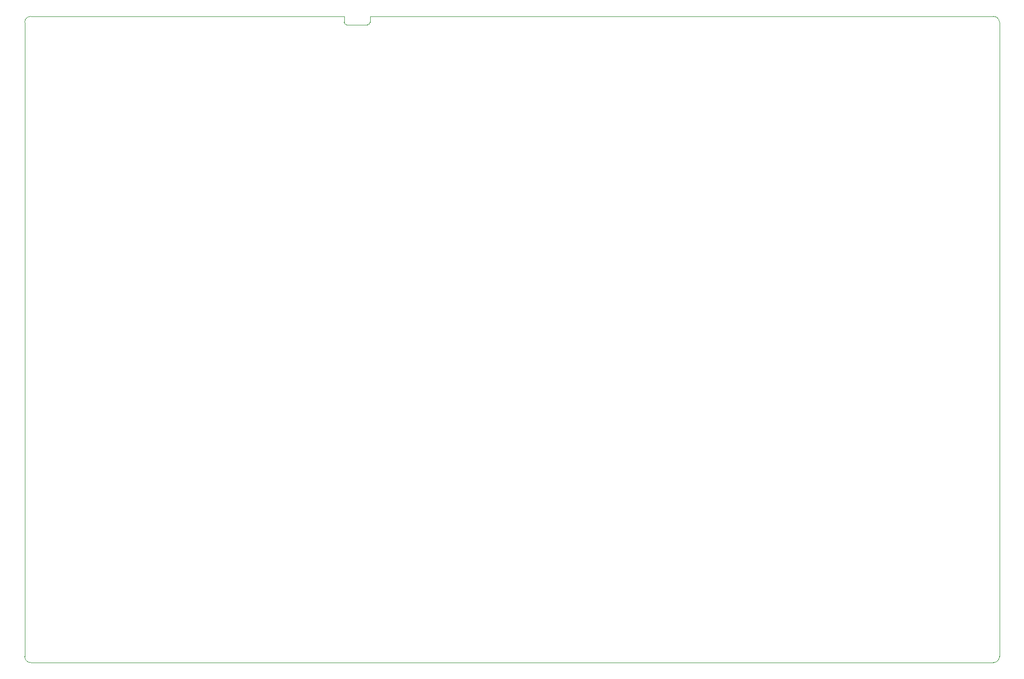
<source format=gbr>
%TF.GenerationSoftware,KiCad,Pcbnew,7.0.2-0*%
%TF.CreationDate,2024-09-02T09:38:27-07:00*%
%TF.ProjectId,CoPicoVision,436f5069-636f-4566-9973-696f6e2e6b69,0.1*%
%TF.SameCoordinates,Original*%
%TF.FileFunction,Profile,NP*%
%FSLAX46Y46*%
G04 Gerber Fmt 4.6, Leading zero omitted, Abs format (unit mm)*
G04 Created by KiCad (PCBNEW 7.0.2-0) date 2024-09-02 09:38:27*
%MOMM*%
%LPD*%
G01*
G04 APERTURE LIST*
%TA.AperFunction,Profile*%
%ADD10C,0.100000*%
%TD*%
%TA.AperFunction,Profile*%
%ADD11C,0.120000*%
%TD*%
G04 APERTURE END LIST*
D10*
X205994000Y-147828000D02*
X42164000Y-147828000D01*
X42164000Y-37846000D02*
G75*
G03*
X41148000Y-38862000I0J-1016000D01*
G01*
X104210000Y-37852600D02*
X205994000Y-37846000D01*
X41148000Y-146812000D02*
G75*
G03*
X42164000Y-147828000I1016000J0D01*
G01*
X207010000Y-38862000D02*
G75*
G03*
X205994000Y-37846000I-1016000J0D01*
G01*
X42164000Y-37846000D02*
X91210000Y-37852600D01*
X205994000Y-147828000D02*
G75*
G03*
X207010000Y-146812000I0J1016000D01*
G01*
X41148000Y-146812000D02*
X41148000Y-38862000D01*
X207010000Y-38862000D02*
X207010000Y-146812000D01*
D11*
%TO.C,J501*%
X99910000Y-38852600D02*
X99910000Y-37852600D01*
X99910000Y-37852600D02*
X104210000Y-37852600D01*
X95910000Y-39252600D02*
X99510000Y-39252600D01*
X95510000Y-38852600D02*
X95510000Y-37852600D01*
X95510000Y-37852600D02*
X91210000Y-37852600D01*
X99510000Y-39252600D02*
G75*
G03*
X99910000Y-38852600I-2J400002D01*
G01*
X95510000Y-38852600D02*
G75*
G03*
X95910000Y-39252600I400000J0D01*
G01*
%TD*%
M02*

</source>
